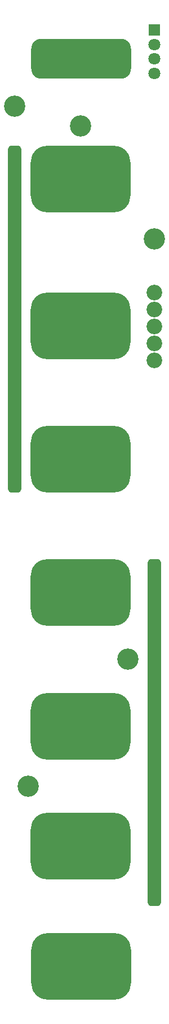
<source format=gts>
G04 #@! TF.GenerationSoftware,KiCad,Pcbnew,7.0.5-0*
G04 #@! TF.CreationDate,2024-12-12T00:25:15-05:00*
G04 #@! TF.ProjectId,ESP32_MIDI_v3.kicad_pro,45535033-325f-44d4-9944-495f76332e6b,rev?*
G04 #@! TF.SameCoordinates,Original*
G04 #@! TF.FileFunction,Soldermask,Top*
G04 #@! TF.FilePolarity,Negative*
%FSLAX46Y46*%
G04 Gerber Fmt 4.6, Leading zero omitted, Abs format (unit mm)*
G04 Created by KiCad (PCBNEW 7.0.5-0) date 2024-12-12 00:25:15*
%MOMM*%
%LPD*%
G01*
G04 APERTURE LIST*
G04 Aperture macros list*
%AMRoundRect*
0 Rectangle with rounded corners*
0 $1 Rounding radius*
0 $2 $3 $4 $5 $6 $7 $8 $9 X,Y pos of 4 corners*
0 Add a 4 corners polygon primitive as box body*
4,1,4,$2,$3,$4,$5,$6,$7,$8,$9,$2,$3,0*
0 Add four circle primitives for the rounded corners*
1,1,$1+$1,$2,$3*
1,1,$1+$1,$4,$5*
1,1,$1+$1,$6,$7*
1,1,$1+$1,$8,$9*
0 Add four rect primitives between the rounded corners*
20,1,$1+$1,$2,$3,$4,$5,0*
20,1,$1+$1,$4,$5,$6,$7,0*
20,1,$1+$1,$6,$7,$8,$9,0*
20,1,$1+$1,$8,$9,$2,$3,0*%
G04 Aperture macros list end*
%ADD10C,2.340000*%
%ADD11RoundRect,0.500000X0.500000X-25.500000X0.500000X25.500000X-0.500000X25.500000X-0.500000X-25.500000X0*%
%ADD12C,3.200000*%
%ADD13RoundRect,1.500000X-6.000000X-1.500000X6.000000X-1.500000X6.000000X1.500000X-6.000000X1.500000X0*%
%ADD14RoundRect,2.500000X-5.000000X-2.500000X5.000000X-2.500000X5.000000X2.500000X-5.000000X2.500000X0*%
%ADD15R,1.800000X1.800000*%
%ADD16C,1.800000*%
G04 APERTURE END LIST*
D10*
X51000000Y-73000000D03*
X51000000Y-75540000D03*
X51000000Y-78080000D03*
X51000000Y-80620000D03*
X51000000Y-83160000D03*
D11*
X30000000Y-77000000D03*
X51000000Y-139000000D03*
D12*
X51000000Y-65000000D03*
X30000000Y-45050000D03*
X32000000Y-147000000D03*
X47000000Y-128000000D03*
X37000000Y-174000000D03*
X39922000Y-48000000D03*
X39922000Y-138000000D03*
X39922000Y-156000000D03*
X39922000Y-118000000D03*
X39922000Y-98000000D03*
D13*
X40000000Y-38000000D03*
D14*
X40000000Y-174000000D03*
X39922000Y-156000000D03*
X39922000Y-138000000D03*
X39922000Y-118000000D03*
X39922000Y-98000000D03*
X39922000Y-78000000D03*
X39922000Y-56000000D03*
D15*
X51000000Y-33682000D03*
D16*
X51000000Y-35841000D03*
X51000000Y-38000000D03*
X51000000Y-40159000D03*
D12*
X39922000Y-78000000D03*
X39922000Y-56000000D03*
M02*

</source>
